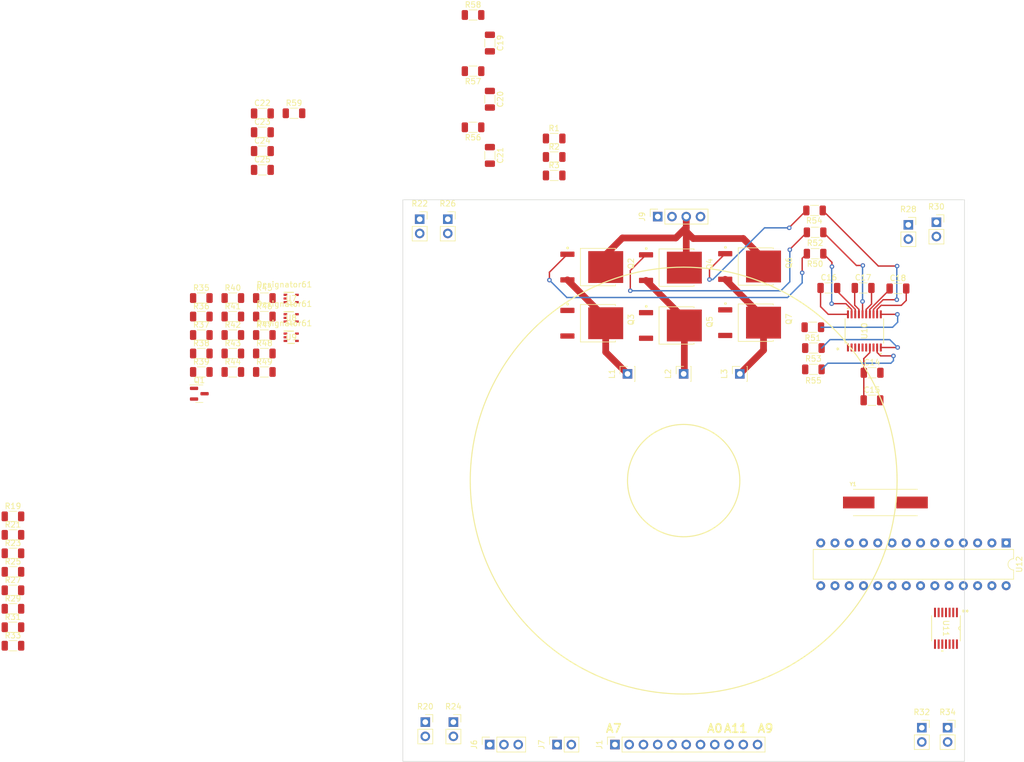
<source format=kicad_pcb>
(kicad_pcb (version 20221018) (generator pcbnew)
  (layers (0 "F.Cu" signal) (31 "B.Cu" signal) (34 "B.Paste" user) (35 "F.Paste" user) (36 "B.SilkS" user "B.Silkscreen") (37 "F.SilkS" user "F.Silkscreen") (38 "B.Mask" user) (39 "F.Mask" user) (44 "Edge.Cuts" user))
  (net 0 "")
  (net 1 "/Peripheral_Board_Rev1/7.4V")
  (net 2 "GND")
  (net 3 "Net-(U10-BSTA)")
  (net 4 "/Peripheral_Board_Rev1/ADCS Driver1/Phase A")
  (net 5 "Net-(U10-BSTB)")
  (net 6 "/Peripheral_Board_Rev1/ADCS Driver1/Phase B")
  (net 7 "Net-(U10-BSTC)")
  (net 8 "/Peripheral_Board_Rev1/ADCS Driver1/Phase C")
  (net 9 "Net-(U12-AREF)")
  (net 10 "Net-(U12-AVCC)")
  (net 11 "Net-(U12-XTAL1{slash}PB6)")
  (net 12 "Net-(U12-XTAL2{slash}PB7)")
  (net 13 "/Peripheral_Board_Rev1/A7")
  (net 14 "/Peripheral_Board_Rev1/A6")
  (net 15 "/Peripheral_Board_Rev1/A5")
  (net 16 "/Peripheral_Board_Rev1/A4")
  (net 17 "/Peripheral_Board_Rev1/A3")
  (net 18 "/Peripheral_Board_Rev1/A2")
  (net 19 "/Peripheral_Board_Rev1/A1")
  (net 20 "/Peripheral_Board_Rev1/A0")
  (net 21 "/Peripheral_Board_Rev1/A11")
  (net 22 "/Peripheral_Board_Rev1/A10")
  (net 23 "/Peripheral_Board_Rev1/A9")
  (net 24 "/Peripheral_Board_Rev1/PGM1")
  (net 25 "/Peripheral_Board_Rev1/D8")
  (net 26 "/Peripheral_Board_Rev1/D4")
  (net 27 "Net-(Q1-G)")
  (net 28 "Net-(Q1-D)")
  (net 29 "Net-(Q2-G)")
  (net 30 "Net-(Q3-G)")
  (net 31 "Net-(Q4-G)")
  (net 32 "Net-(Q5-G)")
  (net 33 "Net-(Q6-G)")
  (net 34 "Net-(Q7-G)")
  (net 35 "/Peripheral_Board_Rev1/ADCS Driver1/Neutral")
  (net 36 "/Peripheral_Board_Rev1/ADCS Driver1/MOSFETS/HIGH_A")
  (net 37 "/Peripheral_Board_Rev1/ADCS Driver1/MOSFETS/LOW_A")
  (net 38 "/Peripheral_Board_Rev1/ADCS Driver1/MOSFETS/HIGH_B")
  (net 39 "/Peripheral_Board_Rev1/ADCS Driver1/MOSFETS/LOW_B")
  (net 40 "/Peripheral_Board_Rev1/ADCS Driver1/MOSFETS/HIGH_C")
  (net 41 "/Peripheral_Board_Rev1/ADCS Driver1/MOSFETS/LOW_C")
  (net 42 "Net-(U11A-+)")
  (net 43 "Net-(U11B-+)")
  (net 44 "Net-(U11C-+)")
  (net 45 "Net-(U12-~{RESET}{slash}PC6)")
  (net 49 "/Peripheral_Board_Rev1/ADCS Driver1/ADCS_MCU/SOURCE_A")
  (net 50 "/Peripheral_Board_Rev1/ADCS Driver1/ADCS_MCU/SOURCE_B")
  (net 51 "/Peripheral_Board_Rev1/ADCS Driver1/ADCS_MCU/SOURCE_C")
  (net 52 "/Peripheral_Board_Rev1/ADCS Driver1/ADCS_MCU/SINK_A")
  (net 53 "/Peripheral_Board_Rev1/ADCS Driver1/ADCS_MCU/SINK_B")
  (net 54 "/Peripheral_Board_Rev1/ADCS Driver1/ADCS_MCU/SINK_C")
  (net 55 "/Peripheral_Board_Rev1/ADCS Driver1/COMP_B")
  (net 56 "/Peripheral_Board_Rev1/ADCS Driver1/COMP_A")
  (net 57 "Net-(U11D-+)")
  (net 58 "/Peripheral_Board_Rev1/ADCS Driver1/COMP_C")
  (net 67 "/Peripheral_Board_Rev1/PGM3")
  (net 68 "/Peripheral_Board_Rev1/PGM2")
  (net 69 "/5V")
  (net 70 "/3.3V")
  (footprint "Resistor_SMD:R_1206_3216Metric" (layer "F.Cu") (at 171.94 29.09)
    (fp_text reference "R1")
    (fp_text value "10k")
  )
  (footprint "Resistor_SMD:R_1206_3216Metric" (layer "F.Cu") (at 120.34 64.08)
    (fp_text reference "R47")
    (fp_text value "40")
  )
  (footprint "Resistor_SMD:R_1206_3216Metric" (layer "F.Cu") (at 157.5 7.1)
    (fp_text reference "R58")
    (fp_text value "1k")
  )
  (footprint "Connector_PinSocket_2.54mm:PinSocket_1x02_P2.54mm_Vertical" (layer "F.Cu") (at 172.46 137 90)
    (fp_text reference "J7")
    (fp_text value "Conn_01x02" hide)
  )
  (footprint "Resistor_SMD:R_1206_3216Metric" (layer "F.Cu") (at 218.3 41.9 180)
    (fp_text reference "R54")
    (fp_text value "15" hide)
  )
  (footprint "Capacitor_SMD:C_1206_3216Metric" (layer "F.Cu") (at 220.849986 55.7)
    (fp_text reference "C16")
    (fp_text value "50nF" hide)
  )
  (footprint "Capacitor_SMD:C_1206_3216Metric" (layer "F.Cu") (at 160.5 22.1 -90)
    (fp_text reference "C20")
    (fp_text value "470n")
  )
  (footprint "Peripheral_Footprints_Rev1:XTAL_ABLS-4.9152MHZ-K4T" (layer "F.Cu") (at 230.92 93.9)
    (fp_text reference "Y1")
    (fp_text value "16MHz")
  )
  (footprint "Connector_PinSocket_2.54mm:PinSocket_1x02_P2.54mm_Vertical" (layer "F.Cu") (at 149 133)
    (fp_text reference "R20")
    (fp_text value "10k")
  )
  (footprint "Peripheral_Footprints_Rev1:LMT88DCKR" (layer "F.Cu") (at 125.120002 57.58)
    (fp_text reference "U7")
    (fp_text value "LMT88DCKR")
  )
  (footprint "Resistor_SMD:R_1206_3216Metric" (layer "F.Cu") (at 114.73 57.5)
    (fp_text reference "R40")
    (fp_text value "40")
  )
  (footprint "Resistor_SMD:R_1206_3216Metric" (layer "F.Cu") (at 75.58 99.66)
    (fp_text reference "R21")
    (fp_text value "3k")
  )
  (footprint "Resistor_SMD:R_1206_3216Metric" (layer "F.Cu") (at 75.58 109.53)
    (fp_text reference "R27")
    (fp_text value "3k")
  )
  (footprint "Connector_PinSocket_2.54mm:PinSocket_1x01_P2.54mm_Vertical" (layer "F.Cu") (at 195 71 90)
    (fp_text reference "L2")
    (fp_text value "Phase B")
  )
  (footprint "Connector_PinSocket_2.54mm:PinSocket_1x02_P2.54mm_Vertical" (layer "F.Cu") (at 153 43.46)
    (fp_text reference "R26")
    (fp_text value "10k")
  )
  (footprint "Capacitor_SMD:C_1206_3216Metric" (layer "F.Cu") (at 119.99 31.33)
    (fp_text reference "C24")
    (fp_text value "22pF")
  )
  (footprint "Peripheral_Footprints_Rev1:DRV3800DIPWR" (layer "F.Cu") (at 227.174951 63.35275 90)
    (fp_text reference "U10")
    (fp_text value "DRV8300DIPWR" hide)
  )
  (footprint "Connector_PinSocket_2.54mm:PinSocket_1x02_P2.54mm_Vertical" (layer "F.Cu") (at 154 133)
    (fp_text reference "R24")
    (fp_text value "10k")
  )
  (footprint "Resistor_SMD:R_1206_3216Metric" (layer "F.Cu") (at 125.62 24.6)
    (fp_text reference "R59")
    (fp_text value "1k")
  )
  (footprint "Capacitor_SMD:C_1206_3216Metric" (layer "F.Cu") (at 119.99 24.63)
    (fp_text reference "C22")
    (fp_text value "100nF")
  )
  (footprint "Resistor_SMD:R_1206_3216Metric" (layer "F.Cu") (at 120.34 70.66)
    (fp_text reference "R49")
    (fp_text value "40")
  )
  (footprint "Resistor_SMD:R_1206_3216Metric" (layer "F.Cu") (at 218 62.7)
    (fp_text reference "R51")
    (fp_text value "15" hide)
  )
  (footprint "Capacitor_SMD:C_1206_3216Metric" (layer "F.Cu") (at 228.524986 75.7)
    (fp_text reference "C15")
    (fp_text value "400nF" hide)
  )
  (footprint "Resistor_SMD:R_1206_3216Metric" (layer "F.Cu") (at 109.12 70.66)
    (fp_text reference "R39")
    (fp_text value "40")
  )
  (footprint "Peripheral_Footprints_Rev1:LMT88DCKR" (layer "F.Cu") (at 125.120002 61.029998)
    (fp_text reference "U8")
    (fp_text value "LMT88DCKR")
  )
  (footprint "Resistor_SMD:R_1206_3216Metric" (layer "F.Cu") (at 218.1 70.2)
    (fp_text reference "R55")
    (fp_text value "15" hide)
  )
  (footprint "Connector_PinSocket_2.54mm:PinSocket_1x02_P2.54mm_Vertical" (layer "F.Cu") (at 242 134)
    (fp_text reference "R34")
    (fp_text value "10k")
  )
  (footprint "Capacitor_SMD:C_1206_3216Metric" (layer "F.Cu") (at 119.99 27.98)
    (fp_text reference "C23")
    (fp_text value "100nF")
  )
  (footprint "Resistor_SMD:R_1206_3216Metric" (layer "F.Cu") (at 114.73 64.08)
    (fp_text reference "R42")
    (fp_text value "40")
  )
  (footprint "Resistor_SMD:R_1206_3216Metric" (layer "F.Cu") (at 218.1 66.4)
    (fp_text reference "R53")
    (fp_text value "15" hide)
  )
  (footprint "Peripheral_Footprints_Rev1:LM339_TSSOP14" (layer "F.Cu") (at 241.7 116.3 -90)
    (fp_text reference "U11")
    (fp_text value "LM339")
  )
  (footprint "Resistor_SMD:R_1206_3216Metric" (layer "F.Cu") (at 109.12 57.5)
    (fp_text reference "R35")
    (fp_text value "40")
  )
  (footprint "Resistor_SMD:R_1206_3216Metric" (layer "F.Cu") (at 114.73 67.37)
    (fp_text reference "R43")
    (fp_text value "40")
  )
  (footprint "Package_DIP:DIP-28_W7.62mm" (layer "F.Cu") (at 252.42 101.1 -90)
    (fp_text reference "U12")
    (fp_text value "ATmega328P-P")
  )
  (footprint "Connector_PinSocket_2.54mm:PinSocket_1x01_P2.54mm_Vertical" (layer "F.Cu") (at 185 71 90)
    (fp_text reference "L1")
    (fp_text value "Phase A")
  )
  (footprint "Resistor_SMD:R_1206_3216Metric" (layer "F.Cu") (at 75.58 102.95)
    (fp_text reference "R23")
    (fp_text value "3k")
  )
  (footprint "Peripheral_Footprints_Rev1:TO252-3" (layer "F.Cu") (at 206.74 61.88 -90)
    (fp_text reference "Q7")
    (fp_text value "Q_NMOS_GDS" hide)
  )
  (footprint "Peripheral_Footprints_Rev1:TO252-3" (layer "F.Cu") (at 192.64 52.08 -90)
    (fp_text reference "Q4")
    (fp_text value "Q_NMOS_GDS" hide)
  )
  (footprint "Resistor_SMD:R_1206_3216Metric" (layer "F.Cu") (at 114.73 70.66)
    (fp_text reference "R44")
    (fp_text value "40")
  )
  (footprint "Resistor_SMD:R_1206_3216Metric" (layer "F.Cu") (at 120.34 60.79)
    (fp_text reference "R46")
    (fp_text value "40")
  )
  (footprint "Connector_PinSocket_2.54mm:PinSocket_1x03_P2.54mm_Vertical" (layer "F.Cu") (at 160.46 137 90)
    (fp_text reference "J6")
    (fp_text value "Conn_01x03" hide)
  )
  (footprint "Connector_PinSocket_2.54mm:PinSocket_1x01_P2.54mm_Vertical" (layer "F.Cu") (at 205 71 90)
    (fp_text reference "L3")
    (fp_text value "Phase C")
  )
  (footprint "Capacitor_SMD:C_1206_3216Metric" (layer "F.Cu") (at 233.149986 55.8)
    (fp_text reference "C18")
    (fp_text value "50nF" hide)
  )
  (footprint "Capacitor_SMD:C_1206_3216Metric" (layer "F.Cu") (at 160.5 32.1 -90)
    (fp_text reference "C21")
    (fp_text value "470n")
  )
  (footprint "Resistor_SMD:R_1206_3216Metric" (layer "F.Cu") (at 114.73 60.79)
    (fp_text reference "R41")
    (fp_text value "10")
  )
  (footprint "Peripheral_Footprints_Rev1:TO252-3" (layer "F.Cu") (at 192.64 62.38 -90)
    (fp_text reference "Q5")
    (fp_text value "Q_NMOS_GDS" hide)
  )
  (footprint "Package_TO_SOT_SMD:SOT-23" (layer "F.Cu") (at 108.76 74.53)
    (fp_text reference "Q1")
    (fp_text value "DMG2302UK")
  )
  (footprint "Resistor_SMD:R_1206_3216Metric" (layer "F.Cu") (at 171.94 35.67)
    (fp_text reference "R3")
    (fp_text value "10k")
  )
  (footprint "Resistor_SMD:R_1206_3216Metric" (layer "F.Cu") (at 120.34 57.5)
    (fp_text reference "R45")
    (fp_text value "40")
  )
  (footprint "Resistor_SMD:R_1206_3216Metric" (layer "F.Cu") (at 75.58 112.82)
    (fp_text reference "R29")
    (fp_text value "3k")
  )
  (footprint "Resistor_SMD:R_1206_3216Metric" (layer "F.Cu") (at 157.5 17.1 180)
    (fp_text reference "R57")
    (fp_text value "1k")
  )
  (footprint "Capacitor_SMD:C_1206_3216Metric" (layer "F.Cu") (at 228.549986 70.8)
    (fp_text reference "C14")
    (fp_text value "100nF ceramic" hide)
  )
  (footprint "Capacitor_SMD:C_1206_3216Metric" (layer "F.Cu") (at 160.5 12.1 -90)
    (fp_text reference "C19")
    (fp_text value "470n")
  )
  (footprint "Connector_PinSocket_2.54mm:PinSocket_1x04_P2.54mm_Vertical" (layer "F.Cu") (at 190.38 43 90)
    (fp_text reference "J9")
    (fp_text value "Conn_01x04" hide)
  )
  (footprint "Resistor_SMD:R_1206_3216Metric" (layer "F.Cu") (at 157.5 27.1 180)
    (fp_text reference "R56")
    (fp_text value "1k")
  )
  (footprint "Resistor_SMD:R_1206_3216Metric" (layer "F.Cu") (at 75.58 96.37)
    (fp_text reference "R19")
    (fp_text value "3k")
  )
  (footprint "Resistor_SMD:R_1206_3216Metric" (layer "F.Cu") (at 120.34 67.37)
    (fp_text reference "R48")
    (fp_text value "40")
  )
  (footprint "Resistor_SMD:R_1206_3216Metric" (layer "F.Cu") (at 171.94 32.38)
    (fp_text reference "R2")
    (fp_text value "10k")
  )
  (footprint "Connector_PinSocket_2.54mm:PinSocket_1x02_P2.54mm_Vertical" (layer "F.Cu") (at 148 43.46)
    (fp_text reference "R22")
    (fp_text value "10k")
  )
  (footprint "Peripheral_Footprints_Rev1:LMT88DCKR" (layer "F.Cu") (at 125.120002 64.479996)
    (fp_text reference "U9")
    (fp_text value "LMT88DCKR")
  )
  (footprint "Resistor_SMD:R_1206_3216Metric" (layer "F.Cu") (at 109.12 64.08)
    (fp_text reference "R37")
    (fp_text value "40")
  )
  (footprint "Peripheral_Footprints_Rev1:TO252-3" (layer "F.Cu") (at 178.64 51.98 -90)
    (fp_text reference "Q2")
    (fp_text value "Q_NMOS_GDS" hide)
  )
  (footprint "Connector_PinSocket_2.54mm:PinSocket_1x02_P2.54mm_Vertical" (layer "F.Cu") (at 235 44.46)
    (fp_text reference "R28")
    (fp_text value "10k" hide)
  )
  (footprint "Peripheral_Footprints_Rev1:TO252-3" (layer "F.Cu") (at 178.64 61.98 -90)
    (fp_text reference "Q3")
    (fp_text value "Q_NMOS_GDS" hide)
  )
  (footprint "Capacitor_SMD:C_1206_3216Metric" (layer "F.Cu") (at 226.949986 55.7)
    (fp_text reference "C17")
    (fp_text value "50nF" hide)
  )
  (footprint "Peripheral_Footprints_Rev1:TO252-3" (layer "F.Cu") (at 206.74 51.88 -90)
    (fp_text reference "Q6")
    (fp_text value "Q_NMOS_GDS" hide)
  )
  (footprint "Resistor_SMD:R_1206_3216Metric" (layer "F.Cu") (at 218.4 49.6 180)
    (fp_text reference "R50")
    (fp_text value "15" hide)
  )
  (footprint "Resistor_SMD:R_1206_3216Metric" (layer "F.Cu") (at 75.58 119.4)
    (fp_text reference "R33")
    (fp_text value "3k")
  )
  (footprint "Resistor_SMD:R_1206_3216Metric" (layer "F.Cu") (at 109.12 60.79)
    (fp_text reference "R36")
    (fp_text value "40")
  )
  (footprint "Connector_PinSocket_2.54mm:PinSocket_1x02_P2.54mm_Vertical" (layer "F.Cu") (at 240 44)
    (fp_text reference "R30")
    (fp_text value "10k")
  )
  (footprint "Capacitor_SMD:C_1206_3216Metric" (layer "F.Cu") (at 119.99 34.68)
    (fp_text reference "C25")
    (fp_text value "22pF")
  )
  (footprint "Connector_PinSocket_2.54mm:PinSocket_1x02_P2.54mm_Vertical" (layer "F.Cu") (at 237.4 134)
    (fp_text reference "R32")
    (fp_text value "10k")
  )
  (footprint "Resistor_SMD:R_1206_3216Metric" (layer "F.Cu") (at 75.58 116.11)
    (fp_text reference "R31")
    (fp_text value "3k")
  )
  (footprint "Resistor_SMD:R_1206_3216Metric" (layer "F.Cu") (at 109.12 67.37)
    (fp_text reference "R38")
    (fp_text value "40")
  )
  (footprint "Resistor_SMD:R_1206_3216Metric" (layer "F.Cu") (at 75.58 106.24)
    (fp_text reference "R25")
    (fp_text value "3k")
  )
  (footprint "Connector_PinSocket_2.54mm:PinSocket_1x11_P2.54mm_Vertical" (layer "F.Cu") (at 182.76 137 90)
    (fp_text reference "J1")
    (fp_text value "Conn_01x11" hide)
  )
  (footprint "Resistor_SMD:R_1206_3216Metric" (layer "F.Cu") (at 218.4 45.8 180)
    (fp_text reference "R52")
    (fp_text value "15" hide)
  )
  (gr_circle (center 195 90) (end 233 90) (stroke (width 0.2)) (fill none) (layer "F.SilkS"))
  (gr_circle (center 195 90) (end 205 90) (stroke (width 0.2)) (fill none) (layer "F.SilkS"))
  (gr_rect (start 145 40) (end 245 140) (stroke (width 0.1)) (fill none) (layer "Edge.Cuts"))
  (gr_text "A9" (at 208 135) (layer "F.SilkS") (effects (font (size 1.5 1.5) (thickness 0.3) bold) (justify left bottom)))
  (gr_text "A11\n" (at 202 135) (layer "F.SilkS") (effects (font (size 1.5 1.5) (thickness 0.3) bold) (justify left bottom)))
  (gr_text "A0" (at 199 135) (layer "F.SilkS") (effects (font (size 1.5 1.5) (thickness 0.3) bold) (justify left bottom)))
  (gr_text "A7" (at 181 135) (layer "F.SilkS") (effects (font (size 1.5 1.5) (thickness 0.3) bold) (justify left bottom)))
  (segment (start 195.46 44.94) (end 193.6 46.8) (width 1.2) (layer "F.Cu") (net 1))
  (segment (start 227.049986 68.3) (end 227.074986 68.325) (width 0.25) (layer "F.Cu") (net 1))
  (segment (start 181.12 49.98) (end 181.12 51.98) (width 0.25) (layer "F.Cu") (net 1))
  (segment (start 195.46 43) (end 195.46 45.66) (width 1) (layer "F.Cu") (net 1))
  (segment (start 195.46 45.66) (end 196.7 46.9) (width 1.2) (layer "F.Cu") (net 1))
  (segment (start 195.46 43) (end 195.46 45.14) (width 1) (layer "F.Cu") (net 1))
  (segment (start 205.6 46.9) (end 209.22 50.52) (width 1.2) (layer "F.Cu") (net 1))
  (segment (start 193.6 46.8) (end 184.1 46.8) (width 1.2) (layer "F.Cu") (net 1))
  (segment (start 196.7 46.9) (end 205.6 46.9) (width 1.2) (layer "F.Cu") (net 1))
  (segment (start 195.46 43) (end 195.46 51.74) (width 1.2) (layer "F.Cu") (net 1))
  (segment (start 228.14993 67.200056) (end 227.049986 68.3) (width 0.25) (layer "F.Cu") (net 1))
  (segment (start 209.22 50.52) (end 209.22 51.88) (width 0.25) (layer "F.Cu") (net 1))
  (segment (start 227.074986 70.8) (end 227.074986 75.675) (width 0.25) (layer "F.Cu") (net 1))
  (segment (start 195.46 51.74) (end 195.12 52.08) (width 0.25) (layer "F.Cu") (net 1))
  (segment (start 227.074986 75.675) (end 227.049986 75.7) (width 0.25) (layer "F.Cu") (net 1))
  (segment (start 184.1 46.8) (end 181.12 49.78) (width 1.2) (layer "F.Cu") (net 1))
  (segment (start 228.14993 66.3055) (end 228.14993 67.200056) (width 0.25) (layer "F.Cu") (net 1))
  (segment (start 227.074986 68.325) (end 227.074986 70.8) (width 0.25) (layer "F.Cu") (net 1))
  (segment (start 220.749986 60.4) (end 224.250014 60.4) (width 0.25) (layer "F.Cu") (net 3))
  (segment (start 219.374986 59.025) (end 219.374986 55.7) (width 0.25) (layer "F.Cu") (net 3))
  (segment (start 219.374986 59.025) (end 220.749986 60.4) (width 0.25) (layer "F.Cu") (net 3))
  (segment (start 181.12 61.98) (end 181.12 67.12) (width 1.2) (layer "F.Cu") (net 4))
  (segment (start 181.12 61.08) (end 181.12 61.98) (width 0.25) (layer "F.Cu") (net 4))
  (segment (start 174.3 54.26) (end 181.12 61.08) (width 1.2) (layer "F.Cu") (net 4))
  (segment (start 225.549986 59.503746) (end 222.324986 56.278746) (width 0.25) (layer "F.Cu") (net 4))
  (segment (start 181.12 67.12) (end 185 71) (width 1.2) (layer "F.Cu") (net 4))
  (segment (start 222.324986 56.278746) (end 222.324986 55.7) (width 0.25) (layer "F.Cu") (net 4))
  (segment (start 225.549986 60.4) (end 225.549986 59.503746) (width 0.25) (layer "F.Cu") (net 4))
  (segment (start 225.449986 55.725) (end 225.449986 58.76735) (width 0.25) (layer "F.Cu") (net 5))
  (segment (start 225.474986 55.7) (end 225.449986 55.725) (width 0.25) (layer "F.Cu") (net 5))
  (segment (start 226.199972 59.517336) (end 226.199972 60.4) (width 0.25) (layer "F.Cu") (net 5))
  (segment (start 225.449986 58.76735) (end 226.199972 59.517336) (width 0.25) (layer "F.Cu") (net 5))
  (segment (start 195.12 61.18) (end 195.12 62.38) (width 0.25) (layer "F.Cu") (net 6))
  (segment (start 195.12 70.88) (end 195 71) (width 0.25) (layer "F.Cu") (net 6))
  (segment (start 228.424986 55.7) (end 228.449986 55.725) (width 0.25) (layer "F.Cu") (net 6))
  (segment (start 228.449986 58.567294) (end 227.499944 59.517336) (width 0.25) (layer "F.Cu") (net 6))
  (segment (start 195.12 62.38) (end 195.12 70.88) (width 1.2) (layer "F.Cu") (net 6))
  (segment (start 188.3 54.36) (end 195.12 61.18) (width 1.2) (layer "F.Cu") (net 6))
  (segment (start 228.449986 55.725) (end 228.449986 58.567294) (width 0.25) (layer "F.Cu") (net 6))
  (segment (start 227.499944 59.517336) (end 227.499944 60.4) (width 0.25) (layer "F.Cu") (net 6))
  (segment (start 228.14993 60.4) (end 228.14993 59.517336) (width 0.25) (layer "F.Cu") (net 7))
  (segment (start 228.14993 59.517336) (end 231.674986 55.99228) (width 0.25) (layer "F.Cu") (net 7))
  (segment (start 231.674986 55.99228) (end 231.674986 55.8) (width 0.25) (layer "F.Cu") (net 7))
  (segment (start 230.167238 58.8) (end 233.749986 58.8) (width 0.25) (layer "F.Cu") (net 8))
  (segment (start 209.22 60.98) (end 209.22 61.88) (width 0.25) (layer "F.Cu") (net 8))
  (segment (start 209.22 66.78) (end 205 71) (width 1.2) (layer "F.Cu") (net 8))
  (segment (start 209.22 61.88) (end 209.22 66.78) (width 1.2) (layer "F.Cu") (net 8))
  (segment (start 229.449902 59.517336) (end 230.167238 58.8) (width 0.25) (layer "F.Cu") (net 8))
  (segment (start 234.624986 57.925) (end 234.624986 55.8) (width 0.25) (layer "F.Cu") (net 8))
  (segment (start 233.749986 58.8) (end 234.624986 57.925) (width 0.25) (layer "F.Cu") (net 8))
  (segment (start 229.449902 60.4) (end 229.449902 59.517336) (width 0.25) (layer "F.Cu") (net 8))
  (segment (start 202.4 54.16) (end 209.22 60.98) (width 1.2) (layer "F.Cu") (net 8))
  (segment (start 216.1 53) (end 216.1 50.4375) (width 0.25) (layer "F.Cu") (net 29))
  (segment (start 216.1 50.4375) (end 216.9375 49.6) (width 0.25) (layer "F.Cu") (net 29))
  (segment (start 171.1 52.9) (end 174.3 49.7) (width 0.25) (layer "F.Cu") (net 29))
  (segment (start 171.1 54.3) (end 171.1 52.9) (width 0.25) (layer "F.Cu") (net 29))
  (via (at 171.1 54.3) (size 0.8) (drill 0.4) (layers "F.Cu" "B.Cu") (net 29))
  (via (at 216.1 53) (size 0.8) (drill 0.4) (layers "F.Cu" "B.Cu") (net 29))
  (segment (start 174.2 57.4) (end 213.5 57.4) (width 0.25) (layer "B.Cu") (net 29))
  (segment (start 171.1 54.3) (end 174.2 57.4) (width 0.25) (layer "B.Cu") (net 29))
  (segment (start 216.1 54.8) (end 216.1 53) (width 0.25) (layer "B.Cu") (net 29))
  (segment (start 213.5 57.4) (end 216.1 54.8) (width 0.25) (layer "B.Cu") (net 29))
  (segment (start 185.5 56.2) (end 185.5 52.6) (width 0.25) (layer "F.Cu") (net 31))
  (segment (start 185.5 52.6) (end 188.3 49.8) (width 0.25) (layer "F.Cu") (net 31))
  (segment (start 216.9375 45.8) (end 213.9 48.8375) (width 0.25) (layer "F.Cu") (net 31))
  (segment (start 213.9 48.8375) (end 213.9 48.9) (width 0.25) (layer "F.Cu") (net 31))
  (via (at 213.9 48.9) (size 0.8) (drill 0.4) (layers "F.Cu" "B.Cu") (net 31))
  (via (at 185.5 56.2) (size 0.8) (drill 0.4) (layers "F.Cu" "B.Cu") (net 31))
  (segment (start 185.5 56.2) (end 212.3 56.2) (width 0.25) (layer "B.Cu") (net 31))
  (segment (start 212.3 56.2) (end 213.9 54.6) (width 0.25) (layer "B.Cu") (net 31))
  (segment (start 213.9 54.6) (end 213.9 48.9) (width 0.25) (layer "B.Cu") (net 31))
  (segment (start 216.8375 41.9) (end 213.8 44.9375) (width 0.25) (layer "F.Cu") (net 33))
  (segment (start 213.8 44.9375) (end 213.8 45) (width 0.25) (layer "F.Cu") (net 33))
  (segment (start 199.6 54.2) (end 199.6 52.4) (width 0.25) (layer "F.Cu") (net 33))
  (segment (start 199.6 52.4) (end 202.4 49.6) (width 0.25) (layer "F.Cu") (net 33))
  (via (at 199.6 54.2) (size 0.8) (drill 0.4) (layers "F.Cu" "B.Cu") (net 33))
  (via (at 213.8 45) (size 0.8) (drill 0.4) (layers "F.Cu" "B.Cu") (net 33))
  (segment (start 209.4 45) (end 200.2 54.2) (width 0.25) (layer "B.Cu") (net 33))
  (segment (start 213.8 45) (end 209.4 45) (width 0.25) (layer "B.Cu") (net 33))
  (segment (start 200.2 54.2) (end 199.6 54.2) (width 0.25) (layer "B.Cu") (net 33))
  (segment (start 221.4 51.9) (end 221.4 51.1375) (width 0.25) (layer "F.Cu") (net 36))
  (segment (start 223.882664 58.5) (end 221.349986 58.5) (width 0.25) (layer "F.Cu") (net 36))
  (segment (start 224.9 60.4) (end 224.9 59.517336) (width 0.25) (layer "F.Cu") (net 36))
  (segment (start 224.9 59.517336) (end 223.882664 58.5) (width 0.25) (layer "F.Cu") (net 36))
  (segment (start 221.4 51.1375) (end 219.8625 49.6) (width 0.25) (layer "F.Cu") (net 36))
  (via (at 221.4 51.9) (size 0.8) (drill 0.4) (layers "F.Cu" "B.Cu") (net 36))
  (via (at 221.349986 58.5) (size 0.8) (drill 0.4) (layers "F.Cu" "B.Cu") (net 36))
  (segment (start 221.349986 51.9) (end 221.4 51.9) (width 0.25) (layer "B.Cu") (net 36))
  (segment (start 221.349986 58.5) (end 221.349986 51.9) (width 0.25) (layer "B.Cu") (net 36))
  (segment (start 230.099888 60.4) (end 233.049986 60.4) (width 0.25) (layer "F.Cu") (net 37))
  (via (at 233.049986 60.4) (size 0.8) (drill 0.4) (layers "F.Cu" "B.Cu") (net 37))
  (segment (start 219.4625 62.7) (end 232.2 62.7) (width 0.25) (layer "B.Cu") (net 37))
  (segment (start 233.1 60.450014) (end 233.049986 60.4) (width 0.25) (layer "B.Cu") (net 37))
  (segment (start 233.1 61.8) (end 233.1 60.450014) (width 0.25) (layer "B.Cu") (net 37))
  (segment (start 232.2 62.7) (end 233.1 61.8) (width 0.25) (layer "B.Cu") (net 37))
  (segment (start 225.7625 51.7) (end 219.8625 45.8) (width 0.25) (layer "F.Cu") (net 38))
  (segment (start 226.9 51.7) (end 225.7625 51.7) (width 0.25) (layer "F.Cu") (net 38))
  (segment (start 226.849958 60.4) (end 226.849958 58.100028) (width 0.25) (layer "F.Cu") (net 38))
  (segment (start 226.849958 58.100028) (end 226.849986 58.1) (width 0.25) (layer "F.Cu") (net 38))
  (via (at 226.9 51.7) (size 0.8) (drill 0.4) (layers "F.Cu" "B.Cu") (net 38))
  (via (at 226.849986 58.1) (size 0.8) (drill 0.4) (layers "F.Cu" "B.Cu") (net 38))
  (segment (start 226.849986 58.1) (end 226.849986 51.7) (width 0.25) (layer "B.Cu") (net 38))
  (segment (start 226.849986 51.7) (end 226.9 51.7) (width 0.25) (layer "B.Cu") (net 38))
  (segment (start 233.1 66.3) (end 233.0945 66.3055) (width 0.25) (layer "F.Cu") (net 39))
  (segment (start 233.0945 66.3055) (end 230.099888 66.3055) (width 0.25) (layer "F.Cu") (net 39))
  (via (at 233.1 66.3) (size 0.8) (drill 0.4) (layers "F.Cu" "B.Cu") (net 39))
  (segment (start 221.0625 64.9) (end 219.5625 66.4) (width 0.25) (layer "B.Cu") (net 39))
  (segment (start 231.7 64.9) (end 221.0625 64.9) (width 0.25) (layer "B.Cu") (net 39))
  (segment (start 233.1 66.3) (end 231.7 64.9) (width 0.25) (layer "B.Cu") (net 39))
  (segment (start 230.517252 57.8) (end 232.949986 57.8) (width 0.25) (layer "F.Cu") (net 40))
  (segment (start 229.6625 51.8) (end 219.7625 41.9) (width 0.25) (layer "F.Cu") (net 40))
  (segment (start 228.799916 59.517336) (end 230.517252 57.8) (width 0.25) (layer "F.Cu") (net 40))
  (segment (start 228.799916 60.4) (end 228.799916 59.517336) (width 0.25) (layer "F.Cu") (net 40))
  (segment (start 233 51.8) (end 229.6625 51.8) (width 0.25) (layer "F.Cu") (net 40))
  (via (at 233 51.8) (size 0.8) (drill 0.4) (layers "F.Cu" "B.Cu") (net 40))
  (via (at 232.949986 57.8) (size 0.8) (drill 0.4) (layers "F.Cu" "B.Cu") (net 40))
  (segment (start 232.949986 51.8) (end 233 51.8) (width 0.25) (layer "B.Cu") (net 40))
  (segment (start 232.949986 57.8) (end 232.949986 51.8) (width 0.25) (layer "B.Cu") (net 40))
  (segment (start 229.449902 66.3055) (end 229.449902 67.188164) (width 0.25) (layer "F.Cu") (net 41))
  (segment (start 229.449902 67.188164) (end 230.061738 67.8) (width 0.25) (layer "F.Cu") (net 41))
  (segment (start 230.061738 67.8) (end 232.349986 67.8) (width 0.25) (layer "F.Cu") (net 41))
  (via (at 232.349986 67.8) (size 0.8) (drill 0.4) (layers "F.Cu" "B.Cu") (net 41))
  (segment (start 231.9 69.1) (end 220.6625 69.1) (width 0.25) (layer "B.Cu") (net 41))
  (segment (start 232.349986 68.650014) (end 231.9 69.1) (width 0.25) (layer "B.Cu") (net 41))
  (segment (start 232.349986 67.8) (end 232.349986 68.650014) (width 0.25) (layer "B.Cu") (net 41))
  (segment (start 220.6625 69.1) (end 219.5625 70.2) (width 0.25) (layer "B.Cu") (net 41))
)
</source>
